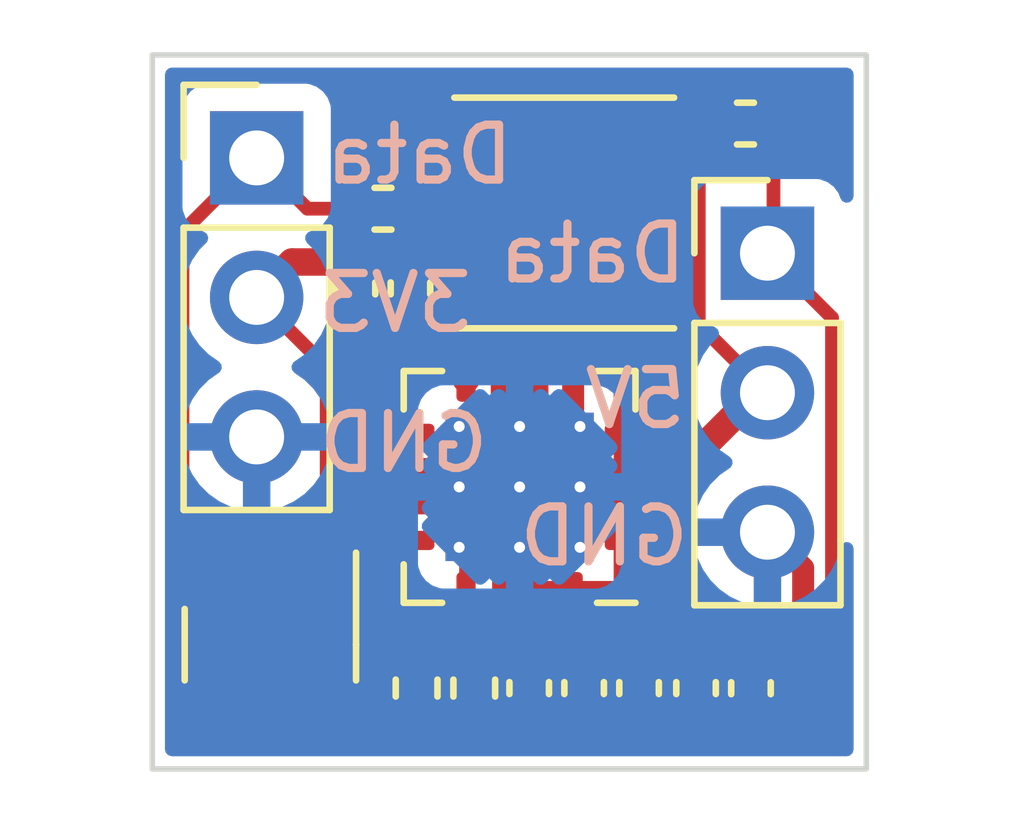
<source format=kicad_pcb>
(kicad_pcb (version 20221018) (generator pcbnew)
  (layers (0 "F.Cu" signal) (31 "B.Cu" signal) (34 "B.Paste" user) (35 "F.Paste" user) (36 "B.SilkS" user "B.Silkscreen") (37 "F.SilkS" user "F.Silkscreen") (38 "B.Mask" user) (39 "F.Mask" user) (44 "Edge.Cuts" user))
  (net 0 "")
  (net 1 "GND")
  (net 2 "Net-(U1-FB)")
  (net 6 "Net-(L1-Pad2)")
  (net 7 "+5V")
  (net 8 "+3V3")
  (net 9 "Net-(J3-Pin_1)")
  (net 10 "Net-(J4-Pin_1)")
  (footprint "Capacitor_SMD:C_0402_1005Metric" (layer "F.Cu") (at 7.8625 11.5275 -90)
    (fp_text reference "C5" hide)
    (fp_text value "10u")
    (fp_line (start -0.107836 -0.36) (end 0.107836 -0.36) (stroke (width 0.12)) (layer "F.SilkS"))
    (fp_line (start -0.107836 0.36) (end 0.107836 0.36) (stroke (width 0.12)) (layer "F.SilkS"))
    (pad "1" smd roundrect (at -0.48 0 270) (size 0.56 0.62) (layers "F.Cu" "F.Paste" "F.Mask") (net 7 "+5V"))
    (pad "2" smd roundrect (at 0.48 0 270) (size 0.56 0.62) (layers "F.Cu" "F.Paste" "F.Mask") (net 1 "GND"))
  )
  (footprint "Capacitor_SMD:C_0402_1005Metric" (layer "F.Cu") (at 10.9 11.53 -90)
    (fp_text reference "C7" hide)
    (fp_text value "10u")
    (fp_line (start -0.107836 -0.36) (end 0.107836 -0.36) (stroke (width 0.12)) (layer "F.SilkS"))
    (fp_line (start -0.107836 0.36) (end 0.107836 0.36) (stroke (width 0.12)) (layer "F.SilkS"))
    (pad "1" smd roundrect (at -0.48 0 270) (size 0.56 0.62) (layers "F.Cu" "F.Paste" "F.Mask") (net 7 "+5V"))
    (pad "2" smd roundrect (at 0.48 0 270) (size 0.56 0.62) (layers "F.Cu" "F.Paste" "F.Mask") (net 1 "GND"))
  )
  (footprint "Capacitor_SMD:C_0402_1005Metric" (layer "F.Cu") (at 9.9 11.5275 -90)
    (fp_text reference "C6" hide)
    (fp_text value "10u")
    (fp_line (start -0.107836 -0.36) (end 0.107836 -0.36) (stroke (width 0.12)) (layer "F.SilkS"))
    (fp_line (start -0.107836 0.36) (end 0.107836 0.36) (stroke (width 0.12)) (layer "F.SilkS"))
    (pad "1" smd roundrect (at -0.48 0 270) (size 0.56 0.62) (layers "F.Cu" "F.Paste" "F.Mask") (net 7 "+5V"))
    (pad "2" smd roundrect (at 0.48 0 270) (size 0.56 0.62) (layers "F.Cu" "F.Paste" "F.Mask") (net 1 "GND"))
  )
  (footprint "Connector_PinHeader_2.54mm:PinHeader_1x03_P2.54mm_Vertical" (layer "F.Cu") (at 1.9 1.875)
    (fp_text reference "J3" hide)
    (fp_text value "Conn_01x03")
    (fp_line (start -1.33 -1.33) (end 0 -1.33) (stroke (width 0.12)) (layer "F.SilkS"))
    (fp_line (start -1.33 0) (end -1.33 -1.33) (stroke (width 0.12)) (layer "F.SilkS"))
    (fp_line (start -1.33 1.27) (end -1.33 6.41) (stroke (width 0.12)) (layer "F.SilkS"))
    (fp_line (start -1.33 1.27) (end 1.33 1.27) (stroke (width 0.12)) (layer "F.SilkS"))
    (fp_line (start -1.33 6.41) (end 1.33 6.41) (stroke (width 0.12)) (layer "F.SilkS"))
    (fp_line (start 1.33 1.27) (end 1.33 6.41) (stroke (width 0.12)) (layer "F.SilkS"))
    (pad "1" thru_hole rect (at 0 0) (size 1.7 1.7) (drill 1) (layers "*.Cu" "*.Mask") (net 9 "Net-(J3-Pin_1)"))
    (pad "2" thru_hole oval (at 0 2.54) (size 1.7 1.7) (drill 1) (layers "*.Cu" "*.Mask") (net 8 "+3V3"))
    (pad "3" thru_hole oval (at 0 5.08) (size 1.7 1.7) (drill 1) (layers "*.Cu" "*.Mask") (net 1 "GND"))
  )
  (footprint "Inductor_SMD:L_Taiyo-Yuden_NR-40xx" (layer "F.Cu") (at 7.5 2.8775)
    (fp_text reference "L1" hide)
    (fp_text value "6.8uH_1.0A_4018")
    (fp_line (start -2 -2.1) (end 2 -2.1) (stroke (width 0.12)) (layer "F.SilkS"))
    (fp_line (start -2 2.1) (end 2 2.1) (stroke (width 0.12)) (layer "F.SilkS"))
    (pad "1" smd rect (at -1.4 0) (size 1.2 3.7) (layers "F.Cu" "F.Paste" "F.Mask") (net 8 "+3V3"))
    (pad "2" smd rect (at 1.4 0) (size 1.2 3.7) (layers "F.Cu" "F.Paste" "F.Mask") (net 6 "Net-(L1-Pad2)"))
  )
  (footprint "Connector_PinHeader_2.54mm:PinHeader_1x03_P2.54mm_Vertical" (layer "F.Cu") (at 11.2 3.61)
    (fp_text reference "J4" hide)
    (fp_text value "Conn_01x03")
    (fp_line (start -1.33 -1.33) (end 0 -1.33) (stroke (width 0.12)) (layer "F.SilkS"))
    (fp_line (start -1.33 0) (end -1.33 -1.33) (stroke (width 0.12)) (layer "F.SilkS"))
    (fp_line (start -1.33 1.27) (end -1.33 6.41) (stroke (width 0.12)) (layer "F.SilkS"))
    (fp_line (start -1.33 1.27) (end 1.33 1.27) (stroke (width 0.12)) (layer "F.SilkS"))
    (fp_line (start -1.33 6.41) (end 1.33 6.41) (stroke (width 0.12)) (layer "F.SilkS"))
    (fp_line (start 1.33 1.27) (end 1.33 6.41) (stroke (width 0.12)) (layer "F.SilkS"))
    (pad "1" thru_hole rect (at 0 0) (size 1.7 1.7) (drill 1) (layers "*.Cu" "*.Mask") (net 10 "Net-(J4-Pin_1)"))
    (pad "2" thru_hole oval (at 0 2.54) (size 1.7 1.7) (drill 1) (layers "*.Cu" "*.Mask") (net 7 "+5V"))
    (pad "3" thru_hole oval (at 0 5.08) (size 1.7 1.7) (drill 1) (layers "*.Cu" "*.Mask") (net 1 "GND"))
  )
  (footprint "Capacitor_SMD:C_0402_1005Metric" (layer "F.Cu") (at 6.8625 11.5275 -90)
    (fp_text reference "C1" hide)
    (fp_text value "2.2u")
    (fp_line (start -0.107836 -0.36) (end 0.107836 -0.36) (stroke (width 0.12)) (layer "F.SilkS"))
    (fp_line (start -0.107836 0.36) (end 0.107836 0.36) (stroke (width 0.12)) (layer "F.SilkS"))
    (pad "1" smd roundrect (at -0.48 0 270) (size 0.56 0.62) (layers "F.Cu" "F.Paste" "F.Mask") (net 7 "+5V"))
    (pad "2" smd roundrect (at 0.48 0 270) (size 0.56 0.62) (layers "F.Cu" "F.Paste" "F.Mask") (net 1 "GND"))
  )
  (footprint "Capacitor_SMD:C_0402_1005Metric" (layer "F.Cu") (at 8.8625 11.5275 -90)
    (fp_text reference "C2" hide)
    (fp_text value "10u")
    (fp_line (start -0.107836 -0.36) (end 0.107836 -0.36) (stroke (width 0.12)) (layer "F.SilkS"))
    (fp_line (start -0.107836 0.36) (end 0.107836 0.36) (stroke (width 0.12)) (layer "F.SilkS"))
    (pad "1" smd roundrect (at -0.48 0 270) (size 0.56 0.62) (layers "F.Cu" "F.Paste" "F.Mask") (net 7 "+5V"))
    (pad "2" smd roundrect (at 0.48 0 270) (size 0.56 0.62) (layers "F.Cu" "F.Paste" "F.Mask") (net 1 "GND"))
  )
  (footprint "Resistor_SMD:R_0402_1005Metric" (layer "F.Cu") (at 4.2 2.8 180)
    (fp_text reference "R4" hide)
    (fp_text value "10k")
    (fp_line (start -0.153641 -0.38) (end 0.153641 -0.38) (stroke (width 0.12)) (layer "F.SilkS"))
    (fp_line (start -0.153641 0.38) (end 0.153641 0.38) (stroke (width 0.12)) (layer "F.SilkS"))
    (pad "1" smd roundrect (at -0.51 0 180) (size 0.54 0.64) (layers "F.Cu" "F.Paste" "F.Mask") (net 8 "+3V3"))
    (pad "2" smd roundrect (at 0.51 0 180) (size 0.54 0.64) (layers "F.Cu" "F.Paste" "F.Mask") (net 9 "Net-(J3-Pin_1)"))
  )
  (footprint "Package_DFN_QFN:Texas_S-PVQFN-N16_EP2.7x2.7mm_ThermalVias" (layer "F.Cu") (at 6.6875 7.865 180)
    (fp_text reference "U1" hide)
    (fp_text value "TPS61090")
    (fp_line (start -2.11 2.11) (end -2.11 1.41) (stroke (width 0.12)) (layer "F.SilkS"))
    (fp_line (start -1.41 -2.11) (end -2.11 -2.11) (stroke (width 0.12)) (layer "F.SilkS"))
    (fp_line (start -1.41 2.11) (end -2.11 2.11) (stroke (width 0.12)) (layer "F.SilkS"))
    (fp_line (start 1.41 -2.11) (end 2.11 -2.11) (stroke (width 0.12)) (layer "F.SilkS"))
    (fp_line (start 1.41 2.11) (end 2.11 2.11) (stroke (width 0.12)) (layer "F.SilkS"))
    (fp_line (start 2.11 -2.11) (end 2.11 -1.41) (stroke (width 0.12)) (layer "F.SilkS"))
    (fp_line (start 2.11 2.11) (end 2.11 1.41) (stroke (width 0.12)) (layer "F.SilkS"))
    (pad "1" smd roundrect (at -1.9625 -0.975 180) (size 0.825 0.35) (layers "F.Cu" "F.Paste" "F.Mask") (net 7 "+5V"))
    (pad "2" smd roundrect (at -1.9625 -0.325 180) (size 0.825 0.35) (layers "F.Cu" "F.Paste" "F.Mask"))
    (pad "3" smd roundrect (at -1.9625 0.325 180) (size 0.825 0.35) (layers "F.Cu" "F.Paste" "F.Mask") (net 6 "Net-(L1-Pad2)"))
    (pad "4" smd roundrect (at -1.9625 0.975 180) (size 0.825 0.35) (layers "F.Cu" "F.Paste" "F.Mask") (net 6 "Net-(L1-Pad2)"))
    (pad "5" smd roundrect (at -0.975 1.9625 180) (size 0.35 0.825) (layers "F.Cu" "F.Paste" "F.Mask") (net 1 "GND"))
    (pad "6" smd roundrect (at -0.325 1.9625 180) (size 0.35 0.825) (layers "F.Cu" "F.Paste" "F.Mask") (net 1 "GND"))
    (pad "7" smd roundrect (at 0.325 1.9625 180) (size 0.35 0.825) (layers "F.Cu" "F.Paste" "F.Mask") (net 1 "GND"))
    (pad "8" smd roundrect (at 0.975 1.9625 180) (size 0.35 0.825) (layers "F.Cu" "F.Paste" "F.Mask") (net 8 "+3V3"))
    (pad "9" smd roundrect (at 1.9625 0.975 180) (size 0.825 0.35) (layers "F.Cu" "F.Paste" "F.Mask"))
    (pad "10" smd roundrect (at 1.9625 0.325 180) (size 0.825 0.35) (layers "F.Cu" "F.Paste" "F.Mask") (net 1 "GND"))
    (pad "11" smd roundrect (at 1.9625 -0.325 180) (size 0.825 0.35) (layers "F.Cu" "F.Paste" "F.Mask") (net 8 "+3V3"))
    (pad "12" smd roundrect (at 1.9625 -0.975 180) (size 0.825 0.35) (layers "F.Cu" "F.Paste" "F.Mask"))
    (pad "13" smd roundrect (at 0.975 -1.9625 180) (size 0.35 0.825) (layers "F.Cu" "F.Paste" "F.Mask") (net 1 "GND"))
    (pad "14" smd roundrect (at 0.325 -1.9625 180) (size 0.35 0.825) (layers "F.Cu" "F.Paste" "F.Mask") (net 2 "Net-(U1-FB)"))
    (pad "15" smd roundrect (at -0.325 -1.9625 180) (size 0.35 0.825) (layers "F.Cu" "F.Paste" "F.Mask") (net 7 "+5V"))
    (pad "16" smd roundrect (at -0.975 -1.9625 180) (size 0.35 0.825) (layers "F.Cu" "F.Paste" "F.Mask") (net 7 "+5V"))
    (pad "17" thru_hole circle (at -1.1 -1.1 180) (size 0.5 0.5) (drill 0.2) (layers "*.Cu") (net 1 "GND"))
    (pad "17" thru_hole circle (at -1.1 0 180) (size 0.5 0.5) (drill 0.2) (layers "*.Cu") (net 1 "GND"))
    (pad "17" thru_hole circle (at -1.1 1.1 180) (size 0.5 0.5) (drill 0.2) (layers "*.Cu") (net 1 "GND"))
    (pad "17" thru_hole circle (at 0 -1.1 180) (size 0.5 0.5) (drill 0.2) (layers "*.Cu") (net 1 "GND"))
    (pad "17" thru_hole circle (at 0 0 180) (size 0.5 0.5) (drill 0.2) (layers "*.Cu") (net 1 "GND"))
    (pad "17" smd rect (at 0 0 180) (size 2.7 2.7) (layers "F.Cu" "F.Mask") (net 1 "GND"))
    (pad "17" smd rect (at 0 0 180) (size 2.7 2.7) (layers "B.Cu") (net 1 "GND"))
    (pad "17" thru_hole circle (at 0 1.1 180) (size 0.5 0.5) (drill 0.2) (layers "*.Cu") (net 1 "GND"))
    (pad "17" thru_hole circle (at 1.1 -1.1 180) (size 0.5 0.5) (drill 0.2) (layers "*.Cu") (net 1 "GND"))
    (pad "17" thru_hole circle (at 1.1 0 180) (size 0.5 0.5) (drill 0.2) (layers "*.Cu") (net 1 "GND"))
    (pad "17" thru_hole circle (at 1.1 1.1 180) (size 0.5 0.5) (drill 0.2) (layers "*.Cu") (net 1 "GND"))
  )
  (footprint "Package_TO_SOT_SMD:SOT-23" (layer "F.Cu") (at 2.15 10.7375 -90)
    (fp_text reference "Q1" hide)
    (fp_text value "BSS138")
    (fp_line (start 0 -1.56) (end -1.675 -1.56) (stroke (width 0.12)) (layer "F.SilkS"))
    (fp_line (start 0 -1.56) (end 0.65 -1.56) (stroke (width 0.12)) (layer "F.SilkS"))
    (fp_line (start 0 1.56) (end -0.65 1.56) (stroke (width 0.12)) (layer "F.SilkS"))
    (fp_line (start 0 1.56) (end 0.65 1.56) (stroke (width 0.12)) (layer "F.SilkS"))
    (pad "1" smd roundrect (at -0.9375 -0.95 270) (size 1.475 0.6) (layers "F.Cu" "F.Paste" "F.Mask") (net 8 "+3V3"))
    (pad "2" smd roundrect (at -0.9375 0.95 270) (size 1.475 0.6) (layers "F.Cu" "F.Paste" "F.Mask") (net 9 "Net-(J3-Pin_1)"))
    (pad "3" smd roundrect (at 0.9375 0 270) (size 1.475 0.6) (layers "F.Cu" "F.Paste" "F.Mask") (net 10 "Net-(J4-Pin_1)"))
  )
  (footprint "Resistor_SMD:R_0402_1005Metric" (layer "F.Cu") (at 4.8125 11.5275 90)
    (fp_text reference "R2" hide)
    (fp_text value "200k")
    (fp_line (start -0.153641 -0.38) (end 0.153641 -0.38) (stroke (width 0.12)) (layer "F.SilkS"))
    (fp_line (start -0.153641 0.38) (end 0.153641 0.38) (stroke (width 0.12)) (layer "F.SilkS"))
    (pad "1" smd roundrect (at -0.51 0 90) (size 0.54 0.64) (layers "F.Cu" "F.Paste" "F.Mask") (net 2 "Net-(U1-FB)"))
    (pad "2" smd roundrect (at 0.51 0 90) (size 0.54 0.64) (layers "F.Cu" "F.Paste" "F.Mask") (net 1 "GND"))
  )
  (footprint "Resistor_SMD:R_0402_1005Metric" (layer "F.Cu") (at 5.8625 11.5275 90)
    (fp_text reference "R1" hide)
    (fp_text value "1.8M")
    (fp_line (start -0.153641 -0.38) (end 0.153641 -0.38) (stroke (width 0.12)) (layer "F.SilkS"))
    (fp_line (start -0.153641 0.38) (end 0.153641 0.38) (stroke (width 0.12)) (layer "F.SilkS"))
    (pad "1" smd roundrect (at -0.51 0 90) (size 0.54 0.64) (layers "F.Cu" "F.Paste" "F.Mask") (net 7 "+5V"))
    (pad "2" smd roundrect (at 0.51 0 90) (size 0.54 0.64) (layers "F.Cu" "F.Paste" "F.Mask") (net 2 "Net-(U1-FB)"))
  )
  (footprint "Capacitor_SMD:C_0402_1005Metric" (layer "F.Cu") (at 4.7 4.25 -90)
    (fp_text reference "C4" hide)
    (fp_text value "100n")
    (fp_line (start -0.107836 -0.36) (end 0.107836 -0.36) (stroke (width 0.12)) (layer "F.SilkS"))
    (fp_line (start -0.107836 0.36) (end 0.107836 0.36) (stroke (width 0.12)) (layer "F.SilkS"))
    (pad "1" smd roundrect (at -0.48 0 270) (size 0.56 0.62) (layers "F.Cu" "F.Paste" "F.Mask") (net 8 "+3V3"))
    (pad "2" smd roundrect (at 0.48 0 270) (size 0.56 0.62) (layers "F.Cu" "F.Paste" "F.Mask") (net 1 "GND"))
  )
  (footprint "Resistor_SMD:R_0402_1005Metric" (layer "F.Cu") (at 10.8 1.25)
    (fp_text reference "R3" hide)
    (fp_text value "10k")
    (fp_line (start -0.153641 -0.38) (end 0.153641 -0.38) (stroke (width 0.12)) (layer "F.SilkS"))
    (fp_line (start -0.153641 0.38) (end 0.153641 0.38) (stroke (width 0.12)) (layer "F.SilkS"))
    (pad "1" smd roundrect (at -0.51 0) (size 0.54 0.64) (layers "F.Cu" "F.Paste" "F.Mask") (net 7 "+5V"))
    (pad "2" smd roundrect (at 0.51 0) (size 0.54 0.64) (layers "F.Cu" "F.Paste" "F.Mask") (net 10 "Net-(J4-Pin_1)"))
  )
  (footprint "Capacitor_SMD:C_0402_1005Metric" (layer "F.Cu") (at 3.7 4.25 -90)
    (fp_text reference "C3" hide)
    (fp_text value "10u")
    (fp_line (start -0.107836 -0.36) (end 0.107836 -0.36) (stroke (width 0.12)) (layer "F.SilkS"))
    (fp_line (start -0.107836 0.36) (end 0.107836 0.36) (stroke (width 0.12)) (layer "F.SilkS"))
    (pad "1" smd roundrect (at -0.48 0 270) (size 0.56 0.62) (layers "F.Cu" "F.Paste" "F.Mask") (net 8 "+3V3"))
    (pad "2" smd roundrect (at 0.48 0 270) (size 0.56 0.62) (layers "F.Cu" "F.Paste" "F.Mask") (net 1 "GND"))
  )
  (gr_rect (start 0 0) (end 13 13) (stroke (width 0.1)) (fill none) (layer "Edge.Cuts"))
  (gr_text "Data" (at 9.8 4.2) (layer "B.SilkS") (effects (font (size 1 1)) (justify left bottom mirror)))
  (gr_text "GND" (at 9.85 9.35) (layer "B.SilkS") (effects (font (size 1 1)) (justify left bottom mirror)))
  (gr_text "Data" (at 6.65 2.4) (layer "B.SilkS") (effects (font (size 1 1)) (justify left bottom mirror)))
  (gr_text "GND" (at 6.2 7.65) (layer "B.SilkS") (effects (font (size 1 1)) (justify left bottom mirror)))
  (gr_text "5V" (at 9.8 6.85) (layer "B.SilkS") (effects (font (size 1 1)) (justify left bottom mirror)))
  (gr_text "3V3" (at 5.9 5.1) (layer "B.SilkS") (effects (font (size 1 1)) (justify left bottom mirror)))
  (segment (start 8.8625 12.0075) (end 9.9 12.0075) (width 0.4) (layer "F.Cu") (net 1))
  (segment (start 7.8625 12.0075) (end 8.8625 12.0075) (width 0.4) (layer "F.Cu") (net 1))
  (segment (start 4.8125 11.0175) (end 4.8125 10.7275) (width 0.25) (layer "F.Cu") (net 1))
  (segment (start 7.6625 6.64) (end 7.7875 6.765) (width 0.4) (layer "F.Cu") (net 1))
  (segment (start 7.6625 5.9025) (end 7.6625 6.64) (width 0.4) (layer "F.Cu") (net 1))
  (segment (start 10.55 12.0075) (end 10.8975 12.0075) (width 0.4) (layer "F.Cu") (net 1))
  (segment (start 5.7125 9.8275) (end 5.7125 9.09) (width 0.25) (layer "F.Cu") (net 1))
  (segment (start 7.0125 6.44) (end 6.6875 6.765) (width 0.4) (layer "F.Cu") (net 1))
  (segment (start 4.8125 10.7275) (end 5.7125 9.8275) (width 0.25) (layer "F.Cu") (net 1))
  (segment (start 4.725 7.54) (end 5.2625 7.54) (width 0.4) (layer "F.Cu") (net 1))
  (segment (start 10.55 12.0075) (end 11.5925 12.0075) (width 0.4) (layer "F.Cu") (net 1))
  (segment (start 6.3625 6.44) (end 6.6875 6.765) (width 0.4) (layer "F.Cu") (net 1))
  (segment (start 6.8625 12.0075) (end 7.8625 12.0075) (width 0.4) (layer "F.Cu") (net 1))
  (segment (start 9.9 12.0075) (end 10.55 12.0075) (width 0.4) (layer "F.Cu") (net 1))
  (segment (start 4.7 4.73) (end 3.7 4.73) (width 0.25) (layer "F.Cu") (net 1))
  (segment (start 4.04 7.54) (end 3.7 7.2) (width 0.4) (layer "F.Cu") (net 1))
  (segment (start 5.2625 7.54) (end 5.5875 7.865) (width 0.4) (layer "F.Cu") (net 1))
  (segment (start 11.85 11.75) (end 11.85 9.34) (width 0.4) (layer "F.Cu") (net 1))
  (segment (start 10.8975 12.0075) (end 10.9 12.01) (width 0.4) (layer "F.Cu") (net 1))
  (segment (start 4.725 7.54) (end 4.04 7.54) (width 0.4) (layer "F.Cu") (net 1))
  (segment (start 11.5925 12.0075) (end 11.85 11.75) (width 0.4) (layer "F.Cu") (net 1))
  (segment (start 11.85 9.34) (end 11.2 8.69) (width 0.4) (layer "F.Cu") (net 1))
  (segment (start 3.7 7.2) (end 3.7 4.73) (width 0.4) (layer "F.Cu") (net 1))
  (segment (start 5.7125 9.09) (end 5.5875 8.965) (width 0.25) (layer "F.Cu") (net 1))
  (segment (start 6.3625 5.9025) (end 6.3625 6.44) (width 0.4) (layer "F.Cu") (net 1))
  (segment (start 7.0125 5.9025) (end 7.0125 6.44) (width 0.4) (layer "F.Cu") (net 1))
  (segment (start 6.3625 10.5175) (end 5.8625 11.0175) (width 0.25) (layer "F.Cu") (net 2))
  (segment (start 5.8325 11.0175) (end 4.8125 12.0375) (width 0.25) (layer "F.Cu") (net 2))
  (segment (start 6.3625 9.8275) (end 6.3625 10.5175) (width 0.25) (layer "F.Cu") (net 2))
  (segment (start 5.8625 11.0175) (end 5.8325 11.0175) (width 0.25) (layer "F.Cu") (net 2))
  (segment (start 8.65 3.1275) (end 8.9 2.8775) (width 0.5) (layer "F.Cu") (net 6))
  (segment (start 8.65 7.54) (end 8.65 6.89) (width 0.5) (layer "F.Cu") (net 6))
  (segment (start 8.65 6.89) (end 8.65 3.1275) (width 0.5) (layer "F.Cu") (net 6))
  (segment (start 7.6625 9.8275) (end 7.6625 10.8475) (width 0.5) (layer "F.Cu") (net 7))
  (segment (start 10.29 1.25) (end 9.95 1.59) (width 0.25) (layer "F.Cu") (net 7))
  (segment (start 7.0125 10.8975) (end 6.8625 11.0475) (width 0.5) (layer "F.Cu") (net 7))
  (segment (start 9.95 4.9) (end 11.2 6.15) (width 0.25) (layer "F.Cu") (net 7))
  (segment (start 9.625 8.390064) (end 9.625 7.54) (width 0.5) (layer "F.Cu") (net 7))
  (segment (start 7.6625 10.8475) (end 7.8625 11.0475) (width 0.5) (layer "F.Cu") (net 7))
  (segment (start 9.9 11.0475) (end 10.8975 11.0475) (width 0.4) (layer "F.Cu") (net 7))
  (segment (start 8.8625 11.0475) (end 7.8625 11.0475) (width 0.4) (layer "F.Cu") (net 7))
  (segment (start 8.65 8.84) (end 8.65 9.8275) (width 0.5) (layer "F.Cu") (net 7))
  (segment (start 8.8625 11.0475) (end 9.9 11.0475) (width 0.4) (layer "F.Cu") (net 7))
  (segment (start 9.175064 8.84) (end 9.625 8.390064) (width 0.5) (layer "F.Cu") (net 7))
  (segment (start 6.8625 11.0775) (end 6.5375 11.4025) (width 0.25) (layer "F.Cu") (net 7))
  (segment (start 8.65 10.835) (end 8.8625 11.0475) (width 0.5) (layer "F.Cu") (net 7))
  (segment (start 8.65 8.84) (end 9.175064 8.84) (width 0.5) (layer "F.Cu") (net 7))
  (segment (start 7.0125 9.8275) (end 7.6625 9.8275) (width 0.5) (layer "F.Cu") (net 7))
  (segment (start 7.0125 9.8275) (end 7.0125 10.8975) (width 0.5) (layer "F.Cu") (net 7))
  (segment (start 6.49601 11.4025) (end 5.8625 12.03601) (width 0.25) (layer "F.Cu") (net 7))
  (segment (start 10.8975 11.0475) (end 10.9 11.05) (width 0.4) (layer "F.Cu") (net 7))
  (segment (start 8.65 9.8275) (end 8.65 10.835) (width 0.5) (layer "F.Cu") (net 7))
  (segment (start 7.8625 11.0475) (end 6.8625 11.0475) (width 0.4) (layer "F.Cu") (net 7))
  (segment (start 9.625 7.54) (end 11.015 6.15) (width 0.5) (layer "F.Cu") (net 7))
  (segment (start 5.8625 12.03601) (end 5.8625 12.0375) (width 0.25) (layer "F.Cu") (net 7))
  (segment (start 6.8625 11.0475) (end 6.8625 11.0775) (width 0.25) (layer "F.Cu") (net 7))
  (segment (start 9.95 1.59) (end 9.95 4.9) (width 0.25) (layer "F.Cu") (net 7))
  (segment (start 11.015 6.15) (end 11.2 6.15) (width 0.5) (layer "F.Cu") (net 7))
  (segment (start 6.5375 11.4025) (end 6.49601 11.4025) (width 0.25) (layer "F.Cu") (net 7))
  (segment (start 7.6625 9.8275) (end 8.65 9.8275) (width 0.5) (layer "F.Cu") (net 7))
  (segment (start 4.71 2.8) (end 4.71 3.76) (width 0.5) (layer "F.Cu") (net 8))
  (segment (start 2.545 3.77) (end 3.7 3.77) (width 0.5) (layer "F.Cu") (net 8))
  (segment (start 6.1 2.8775) (end 6.1 3.639999) (width 0.5) (layer "F.Cu") (net 8))
  (segment (start 5.7125 5.9025) (end 5.7125 3.265) (width 0.5) (layer "F.Cu") (net 8))
  (segment (start 3.1 8.75) (end 3.1 9.8) (width 0.25) (layer "F.Cu") (net 8))
  (segment (start 3.175 5.69) (end 1.9 4.415) (width 0.25) (layer "F.Cu") (net 8))
  (segment (start 5.2075 3.77) (end 6.1 2.8775) (width 0.5) (layer "F.Cu") (net 8))
  (segment (start 4.71 3.76) (end 4.7 3.77) (width 0.5) (layer "F.Cu") (net 8))
  (segment (start 3.7 3.77) (end 4.7 3.77) (width 0.5) (layer "F.Cu") (net 8))
  (segment (start 3.66 8.19) (end 3.1 8.75) (width 0.25) (layer "F.Cu") (net 8))
  (segment (start 3.66 8.19) (end 3.175 7.705) (width 0.25) (layer "F.Cu") (net 8))
  (segment (start 1.9 4.415) (end 2.545 3.77) (width 0.5) (layer "F.Cu") (net 8))
  (segment (start 3.175 7.705) (end 3.175 5.69) (width 0.25) (layer "F.Cu") (net 8))
  (segment (start 5.7125 3.265) (end 6.1 2.8775) (width 0.5) (layer "F.Cu") (net 8))
  (segment (start 4.725 8.19) (end 3.66 8.19) (width 0.25) (layer "F.Cu") (net 8))
  (segment (start 4.7 3.77) (end 5.2075 3.77) (width 0.5) (layer "F.Cu") (net 8))
  (segment (start 0.55 3.225) (end 0.55 9.15) (width 0.25) (layer "F.Cu") (net 9))
  (segment (start 3.69 2.8) (end 2.825 2.8) (width 0.25) (layer "F.Cu") (net 9))
  (segment (start 1.9 1.875) (end 0.55 3.225) (width 0.25) (layer "F.Cu") (net 9))
  (segment (start 0.55 9.15) (end 1.2 9.8) (width 0.25) (layer "F.Cu") (net 9))
  (segment (start 2.825 2.8) (end 1.9 1.875) (width 0.25) (layer "F.Cu") (net 9))
  (segment (start 12.375 4.785) (end 12.375 12.025) (width 0.25) (layer "F.Cu") (net 10))
  (segment (start 11.7675 12.6325) (end 3.1075 12.6325) (width 0.25) (layer "F.Cu") (net 10))
  (segment (start 12.375 12.025) (end 11.7675 12.6325) (width 0.25) (layer "F.Cu") (net 10))
  (segment (start 11.2 3.61) (end 12.375 4.785) (width 0.25) (layer "F.Cu") (net 10))
  (segment (start 11.31 3.5) (end 11.2 3.61) (width 0.25) (layer "F.Cu") (net 10))
  (segment (start 3.1075 12.6325) (end 2.15 11.675) (width 0.25) (layer "F.Cu") (net 10))
  (segment (start 11.31 1.25) (end 11.31 3.5) (width 0.25) (layer "F.Cu") (net 10))
  (zone (net 1) (net_name "GND") (layer "B.Cu") (connect_pads (clearance 0.5)) (min_thickness 0.25) (fill yes (thermal_gap 0.5) (thermal_bridge_width 0.5))
    (polygon (pts (xy -1 -1) (xy -0.95 14) (xy 14.05 14) (xy 14 -1)))
  )
)
</source>
